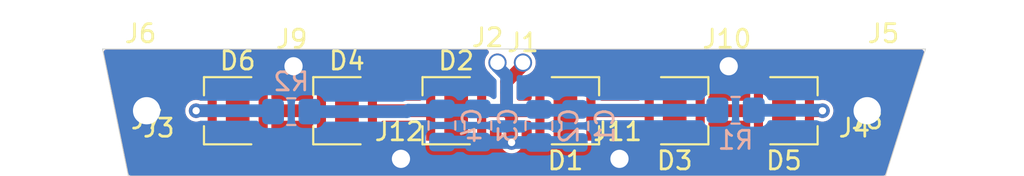
<source format=kicad_pcb>
(kicad_pcb (version 20171130) (host pcbnew "(5.1.9)-1")

  (general
    (thickness 1.6)
    (drawings 4)
    (tracks 38)
    (zones 0)
    (modules 24)
    (nets 10)
  )

  (page A4)
  (layers
    (0 F.Cu signal)
    (31 B.Cu signal)
    (32 B.Adhes user)
    (33 F.Adhes user)
    (34 B.Paste user)
    (35 F.Paste user)
    (36 B.SilkS user)
    (37 F.SilkS user)
    (38 B.Mask user)
    (39 F.Mask user)
    (40 Dwgs.User user)
    (41 Cmts.User user)
    (42 Eco1.User user)
    (43 Eco2.User user)
    (44 Edge.Cuts user)
    (45 Margin user)
    (46 B.CrtYd user)
    (47 F.CrtYd user)
    (48 B.Fab user)
    (49 F.Fab user)
  )

  (setup
    (last_trace_width 0.25)
    (user_trace_width 0.7)
    (trace_clearance 0.2)
    (zone_clearance 0)
    (zone_45_only no)
    (trace_min 0.2)
    (via_size 0.8)
    (via_drill 0.4)
    (via_min_size 0.4)
    (via_min_drill 0.3)
    (uvia_size 0.3)
    (uvia_drill 0.1)
    (uvias_allowed no)
    (uvia_min_size 0.2)
    (uvia_min_drill 0.1)
    (edge_width 0.05)
    (segment_width 0.2)
    (pcb_text_width 0.3)
    (pcb_text_size 1.5 1.5)
    (mod_edge_width 0.12)
    (mod_text_size 1 1)
    (mod_text_width 0.15)
    (pad_size 1.3 3.3)
    (pad_drill 0)
    (pad_to_mask_clearance 0)
    (aux_axis_origin 0 0)
    (visible_elements 7FFFFFFF)
    (pcbplotparams
      (layerselection 0x010fc_ffffffff)
      (usegerberextensions false)
      (usegerberattributes true)
      (usegerberadvancedattributes true)
      (creategerberjobfile true)
      (excludeedgelayer true)
      (linewidth 0.100000)
      (plotframeref false)
      (viasonmask false)
      (mode 1)
      (useauxorigin false)
      (hpglpennumber 1)
      (hpglpenspeed 20)
      (hpglpendiameter 15.000000)
      (psnegative false)
      (psa4output false)
      (plotreference true)
      (plotvalue true)
      (plotinvisibletext false)
      (padsonsilk false)
      (subtractmaskfromsilk false)
      (outputformat 1)
      (mirror false)
      (drillshape 0)
      (scaleselection 1)
      (outputdirectory "../../../Gerbers/LED_R_Wing_001/"))
  )

  (net 0 "")
  (net 1 "Net-(C1-Pad1)")
  (net 2 "Net-(C1-Pad2)")
  (net 3 "Net-(D1-Pad1)")
  (net 4 "Net-(D2-Pad1)")
  (net 5 "Net-(D3-Pad1)")
  (net 6 "Net-(D4-Pad1)")
  (net 7 "Net-(D5-Pad1)")
  (net 8 "Net-(D6-Pad1)")
  (net 9 GND)

  (net_class Default "This is the default net class."
    (clearance 0.2)
    (trace_width 0.25)
    (via_dia 0.8)
    (via_drill 0.4)
    (uvia_dia 0.3)
    (uvia_drill 0.1)
    (add_net GND)
    (add_net "Net-(C1-Pad1)")
    (add_net "Net-(C1-Pad2)")
    (add_net "Net-(D1-Pad1)")
    (add_net "Net-(D2-Pad1)")
    (add_net "Net-(D3-Pad1)")
    (add_net "Net-(D4-Pad1)")
    (add_net "Net-(D5-Pad1)")
    (add_net "Net-(D6-Pad1)")
  )

  (module Resistor_SMD:R_0805_2012Metric (layer B.Cu) (tedit 5F68FEEE) (tstamp 611C9974)
    (at 20.725 7.8625 90)
    (descr "Resistor SMD 0805 (2012 Metric), square (rectangular) end terminal, IPC_7351 nominal, (Body size source: IPC-SM-782 page 72, https://www.pcb-3d.com/wordpress/wp-content/uploads/ipc-sm-782a_amendment_1_and_2.pdf), generated with kicad-footprint-generator")
    (tags resistor)
    (path /611D226B)
    (attr smd)
    (fp_text reference C3 (at 0 1.65 90) (layer B.SilkS)
      (effects (font (size 1 1) (thickness 0.15)) (justify mirror))
    )
    (fp_text value C (at 0 -1.65 90) (layer B.Fab)
      (effects (font (size 1 1) (thickness 0.15)) (justify mirror))
    )
    (fp_line (start -1 -0.625) (end -1 0.625) (layer B.Fab) (width 0.1))
    (fp_line (start -1 0.625) (end 1 0.625) (layer B.Fab) (width 0.1))
    (fp_line (start 1 0.625) (end 1 -0.625) (layer B.Fab) (width 0.1))
    (fp_line (start 1 -0.625) (end -1 -0.625) (layer B.Fab) (width 0.1))
    (fp_line (start -0.227064 0.735) (end 0.227064 0.735) (layer B.SilkS) (width 0.12))
    (fp_line (start -0.227064 -0.735) (end 0.227064 -0.735) (layer B.SilkS) (width 0.12))
    (fp_line (start -1.68 -0.95) (end -1.68 0.95) (layer B.CrtYd) (width 0.05))
    (fp_line (start -1.68 0.95) (end 1.68 0.95) (layer B.CrtYd) (width 0.05))
    (fp_line (start 1.68 0.95) (end 1.68 -0.95) (layer B.CrtYd) (width 0.05))
    (fp_line (start 1.68 -0.95) (end -1.68 -0.95) (layer B.CrtYd) (width 0.05))
    (fp_text user %R (at 0 0 90) (layer B.Fab)
      (effects (font (size 0.5 0.5) (thickness 0.08)) (justify mirror))
    )
    (pad 1 smd roundrect (at -0.9125 0 90) (size 1.025 1.4) (layers B.Cu B.Paste B.Mask) (roundrect_rratio 0.2439014634146341)
      (net 1 "Net-(C1-Pad1)"))
    (pad 2 smd roundrect (at 0.9125 0 90) (size 1.025 1.4) (layers B.Cu B.Paste B.Mask) (roundrect_rratio 0.2439014634146341)
      (net 2 "Net-(C1-Pad2)"))
    (model ${KISYS3DMOD}/Resistor_SMD.3dshapes/R_0805_2012Metric.wrl
      (at (xyz 0 0 0))
      (scale (xyz 1 1 1))
      (rotate (xyz 0 0 0))
    )
  )

  (module Resistor_SMD:R_0805_2012Metric (layer B.Cu) (tedit 5F68FEEE) (tstamp 611C9963)
    (at 24.075 7.8875 90)
    (descr "Resistor SMD 0805 (2012 Metric), square (rectangular) end terminal, IPC_7351 nominal, (Body size source: IPC-SM-782 page 72, https://www.pcb-3d.com/wordpress/wp-content/uploads/ipc-sm-782a_amendment_1_and_2.pdf), generated with kicad-footprint-generator")
    (tags resistor)
    (path /611CEE4D)
    (attr smd)
    (fp_text reference C2 (at 0 1.65 90) (layer B.SilkS)
      (effects (font (size 1 1) (thickness 0.15)) (justify mirror))
    )
    (fp_text value C (at 0 -1.65 90) (layer B.Fab)
      (effects (font (size 1 1) (thickness 0.15)) (justify mirror))
    )
    (fp_line (start 1.68 -0.95) (end -1.68 -0.95) (layer B.CrtYd) (width 0.05))
    (fp_line (start 1.68 0.95) (end 1.68 -0.95) (layer B.CrtYd) (width 0.05))
    (fp_line (start -1.68 0.95) (end 1.68 0.95) (layer B.CrtYd) (width 0.05))
    (fp_line (start -1.68 -0.95) (end -1.68 0.95) (layer B.CrtYd) (width 0.05))
    (fp_line (start -0.227064 -0.735) (end 0.227064 -0.735) (layer B.SilkS) (width 0.12))
    (fp_line (start -0.227064 0.735) (end 0.227064 0.735) (layer B.SilkS) (width 0.12))
    (fp_line (start 1 -0.625) (end -1 -0.625) (layer B.Fab) (width 0.1))
    (fp_line (start 1 0.625) (end 1 -0.625) (layer B.Fab) (width 0.1))
    (fp_line (start -1 0.625) (end 1 0.625) (layer B.Fab) (width 0.1))
    (fp_line (start -1 -0.625) (end -1 0.625) (layer B.Fab) (width 0.1))
    (fp_text user %R (at 0 0 90) (layer B.Fab)
      (effects (font (size 0.5 0.5) (thickness 0.08)) (justify mirror))
    )
    (pad 2 smd roundrect (at 0.9125 0 90) (size 1.025 1.4) (layers B.Cu B.Paste B.Mask) (roundrect_rratio 0.2439014634146341)
      (net 2 "Net-(C1-Pad2)"))
    (pad 1 smd roundrect (at -0.9125 0 90) (size 1.025 1.4) (layers B.Cu B.Paste B.Mask) (roundrect_rratio 0.2439014634146341)
      (net 1 "Net-(C1-Pad1)"))
    (model ${KISYS3DMOD}/Resistor_SMD.3dshapes/R_0805_2012Metric.wrl
      (at (xyz 0 0 0))
      (scale (xyz 1 1 1))
      (rotate (xyz 0 0 0))
    )
  )

  (module Resistor_SMD:R_0805_2012Metric (layer B.Cu) (tedit 5F68FEEE) (tstamp 611C9985)
    (at 18.75 7.8625 90)
    (descr "Resistor SMD 0805 (2012 Metric), square (rectangular) end terminal, IPC_7351 nominal, (Body size source: IPC-SM-782 page 72, https://www.pcb-3d.com/wordpress/wp-content/uploads/ipc-sm-782a_amendment_1_and_2.pdf), generated with kicad-footprint-generator")
    (tags resistor)
    (path /611D2271)
    (attr smd)
    (fp_text reference C4 (at 0 1.65 90) (layer B.SilkS)
      (effects (font (size 1 1) (thickness 0.15)) (justify mirror))
    )
    (fp_text value C (at 0 -1.65 90) (layer B.Fab)
      (effects (font (size 1 1) (thickness 0.15)) (justify mirror))
    )
    (fp_line (start 1.68 -0.95) (end -1.68 -0.95) (layer B.CrtYd) (width 0.05))
    (fp_line (start 1.68 0.95) (end 1.68 -0.95) (layer B.CrtYd) (width 0.05))
    (fp_line (start -1.68 0.95) (end 1.68 0.95) (layer B.CrtYd) (width 0.05))
    (fp_line (start -1.68 -0.95) (end -1.68 0.95) (layer B.CrtYd) (width 0.05))
    (fp_line (start -0.227064 -0.735) (end 0.227064 -0.735) (layer B.SilkS) (width 0.12))
    (fp_line (start -0.227064 0.735) (end 0.227064 0.735) (layer B.SilkS) (width 0.12))
    (fp_line (start 1 -0.625) (end -1 -0.625) (layer B.Fab) (width 0.1))
    (fp_line (start 1 0.625) (end 1 -0.625) (layer B.Fab) (width 0.1))
    (fp_line (start -1 0.625) (end 1 0.625) (layer B.Fab) (width 0.1))
    (fp_line (start -1 -0.625) (end -1 0.625) (layer B.Fab) (width 0.1))
    (fp_text user %R (at 0 0 90) (layer B.Fab)
      (effects (font (size 0.5 0.5) (thickness 0.08)) (justify mirror))
    )
    (pad 2 smd roundrect (at 0.9125 0 90) (size 1.025 1.4) (layers B.Cu B.Paste B.Mask) (roundrect_rratio 0.2439014634146341)
      (net 2 "Net-(C1-Pad2)"))
    (pad 1 smd roundrect (at -0.9125 0 90) (size 1.025 1.4) (layers B.Cu B.Paste B.Mask) (roundrect_rratio 0.2439014634146341)
      (net 1 "Net-(C1-Pad1)"))
    (model ${KISYS3DMOD}/Resistor_SMD.3dshapes/R_0805_2012Metric.wrl
      (at (xyz 0 0 0))
      (scale (xyz 1 1 1))
      (rotate (xyz 0 0 0))
    )
  )

  (module Resistor_SMD:R_0805_2012Metric (layer B.Cu) (tedit 5F68FEEE) (tstamp 611C9952)
    (at 26.05 7.8875 90)
    (descr "Resistor SMD 0805 (2012 Metric), square (rectangular) end terminal, IPC_7351 nominal, (Body size source: IPC-SM-782 page 72, https://www.pcb-3d.com/wordpress/wp-content/uploads/ipc-sm-782a_amendment_1_and_2.pdf), generated with kicad-footprint-generator")
    (tags resistor)
    (path /611CE72F)
    (attr smd)
    (fp_text reference C1 (at 0 1.65 90) (layer B.SilkS)
      (effects (font (size 1 1) (thickness 0.15)) (justify mirror))
    )
    (fp_text value C (at 0 -1.65 90) (layer B.Fab)
      (effects (font (size 1 1) (thickness 0.15)) (justify mirror))
    )
    (fp_line (start -1 -0.625) (end -1 0.625) (layer B.Fab) (width 0.1))
    (fp_line (start -1 0.625) (end 1 0.625) (layer B.Fab) (width 0.1))
    (fp_line (start 1 0.625) (end 1 -0.625) (layer B.Fab) (width 0.1))
    (fp_line (start 1 -0.625) (end -1 -0.625) (layer B.Fab) (width 0.1))
    (fp_line (start -0.227064 0.735) (end 0.227064 0.735) (layer B.SilkS) (width 0.12))
    (fp_line (start -0.227064 -0.735) (end 0.227064 -0.735) (layer B.SilkS) (width 0.12))
    (fp_line (start -1.68 -0.95) (end -1.68 0.95) (layer B.CrtYd) (width 0.05))
    (fp_line (start -1.68 0.95) (end 1.68 0.95) (layer B.CrtYd) (width 0.05))
    (fp_line (start 1.68 0.95) (end 1.68 -0.95) (layer B.CrtYd) (width 0.05))
    (fp_line (start 1.68 -0.95) (end -1.68 -0.95) (layer B.CrtYd) (width 0.05))
    (fp_text user %R (at 0 0 90) (layer B.Fab)
      (effects (font (size 0.5 0.5) (thickness 0.08)) (justify mirror))
    )
    (pad 1 smd roundrect (at -0.9125 0 90) (size 1.025 1.4) (layers B.Cu B.Paste B.Mask) (roundrect_rratio 0.2439014634146341)
      (net 1 "Net-(C1-Pad1)"))
    (pad 2 smd roundrect (at 0.9125 0 90) (size 1.025 1.4) (layers B.Cu B.Paste B.Mask) (roundrect_rratio 0.2439014634146341)
      (net 2 "Net-(C1-Pad2)"))
    (model ${KISYS3DMOD}/Resistor_SMD.3dshapes/R_0805_2012Metric.wrl
      (at (xyz 0 0 0))
      (scale (xyz 1 1 1))
      (rotate (xyz 0 0 0))
    )
  )

  (module pins:WireSidePlate_001 (layer F.Cu) (tedit 61220B6C) (tstamp 61224DC8)
    (at 3.2 7.5)
    (path /6121E8A1)
    (fp_text reference J3 (at 0 0.5) (layer F.SilkS)
      (effects (font (size 1 1) (thickness 0.15)))
    )
    (fp_text value Conn_01x01_Female (at 0 -0.5) (layer F.Fab)
      (effects (font (size 1 1) (thickness 0.15)))
    )
    (pad 1 smd rect (at 0 2.2) (size 3 1.5) (layers F.Cu F.Paste F.Mask)
      (net 9 GND))
  )

  (module pins:WireSidePlate_001 (layer F.Cu) (tedit 61220B6C) (tstamp 61224DCD)
    (at 41.4 7.5)
    (path /6121F038)
    (fp_text reference J4 (at 0 0.5) (layer F.SilkS)
      (effects (font (size 1 1) (thickness 0.15)))
    )
    (fp_text value Conn_01x01_Female (at 0 -0.5) (layer F.Fab)
      (effects (font (size 1 1) (thickness 0.15)))
    )
    (pad 1 smd rect (at 0 2.2) (size 3 1.5) (layers F.Cu F.Paste F.Mask)
      (net 9 GND))
  )

  (module pins:WireSidePlate_001 (layer F.Cu) (tedit 61220B6C) (tstamp 61224DD2)
    (at 43 2.3)
    (path /6121F999)
    (fp_text reference J5 (at 0 0.5) (layer F.SilkS)
      (effects (font (size 1 1) (thickness 0.15)))
    )
    (fp_text value Conn_01x01_Female (at 0 -0.5) (layer F.Fab)
      (effects (font (size 1 1) (thickness 0.15)))
    )
    (pad 1 smd rect (at 0 2.2) (size 3 1.5) (layers F.Cu F.Paste F.Mask)
      (net 9 GND))
  )

  (module pins:WireSidePlate_001 (layer F.Cu) (tedit 61220B6C) (tstamp 61224DD7)
    (at 2.2 2.3)
    (path /6122010A)
    (fp_text reference J6 (at 0 0.5) (layer F.SilkS)
      (effects (font (size 1 1) (thickness 0.15)))
    )
    (fp_text value Conn_01x01_Female (at 0 -0.5) (layer F.Fab)
      (effects (font (size 1 1) (thickness 0.15)))
    )
    (pad 1 smd rect (at 0 2.2) (size 3 1.5) (layers F.Cu F.Paste F.Mask)
      (net 9 GND))
  )

  (module LED_SMD:LED_Cree-XHP35 (layer F.Cu) (tedit 5E7E470B) (tstamp 611C99A2)
    (at 25.5318 7.0503 180)
    (descr http://www.cree.com/~/media/Files/Cree/LED-Components-and-Modules/XLamp/Data-and-Binning/ds--XHP35.pdf)
    (tags "LED Cree XHP35")
    (path /611C63E6)
    (attr smd)
    (fp_text reference D1 (at 0 -2.75) (layer F.SilkS)
      (effects (font (size 1 1) (thickness 0.15)))
    )
    (fp_text value LED (at 0 2.75) (layer F.Fab)
      (effects (font (size 1 1) (thickness 0.15)))
    )
    (fp_line (start 0.5 0.5) (end -0.5 0) (layer F.Fab) (width 0.1))
    (fp_line (start 0.5 -0.5) (end 0.5 0.5) (layer F.Fab) (width 0.1))
    (fp_line (start -0.5 0) (end 0.5 -0.5) (layer F.Fab) (width 0.1))
    (fp_line (start -0.5 -0.5) (end -0.5 0.5) (layer F.Fab) (width 0.1))
    (fp_line (start -1.25 0) (end -0.5 0) (layer F.Fab) (width 0.1))
    (fp_line (start 1.25 0) (end 0.5 0) (layer F.Fab) (width 0.1))
    (fp_line (start -1.9 -1.9) (end -1.9 1.9) (layer F.CrtYd) (width 0.05))
    (fp_line (start 1.9 -1.9) (end -1.9 -1.9) (layer F.CrtYd) (width 0.05))
    (fp_line (start 1.9 1.9) (end 1.9 -1.9) (layer F.CrtYd) (width 0.05))
    (fp_line (start -1.9 1.9) (end 1.9 1.9) (layer F.CrtYd) (width 0.05))
    (fp_line (start -1.85 1.85) (end -1.85 0.85) (layer F.SilkS) (width 0.12))
    (fp_line (start 0.75 1.85) (end -1.85 1.85) (layer F.SilkS) (width 0.12))
    (fp_line (start -1.85 -1.85) (end -1.85 -0.85) (layer F.SilkS) (width 0.12))
    (fp_line (start 0.75 -1.85) (end -1.85 -1.85) (layer F.SilkS) (width 0.12))
    (fp_line (start -1.65 1.65) (end -1.65 -1.65) (layer F.Fab) (width 0.1))
    (fp_line (start 1.65 1.65) (end -1.65 1.65) (layer F.Fab) (width 0.1))
    (fp_line (start 1.65 -1.65) (end 1.65 1.65) (layer F.Fab) (width 0.1))
    (fp_line (start -1.65 -1.65) (end 1.65 -1.65) (layer F.Fab) (width 0.1))
    (fp_text user %R (at 0 0) (layer F.Fab)
      (effects (font (size 0.8 0.8) (thickness 0.08)))
    )
    (pad "" smd rect (at 0 0 180) (size 1.01 0.75) (layers F.Paste))
    (pad "" smd rect (at 0 -1 180) (size 1.01 0.75) (layers F.Paste))
    (pad "" smd rect (at 0 1 180) (size 1.01 0.75) (layers F.Paste))
    (pad 3 smd rect (at 0 0 180) (size 1.3 3.3) (layers F.Cu F.Mask))
    (pad 1 smd rect (at -1.4 0 180) (size 0.5 3.3) (layers F.Cu F.Paste F.Mask)
      (net 3 "Net-(D1-Pad1)"))
    (pad 2 smd rect (at 1.4 0 180) (size 0.5 3.3) (layers F.Cu F.Paste F.Mask)
      (net 1 "Net-(C1-Pad1)"))
    (model ${KISYS3DMOD}/LED_SMD.3dshapes/LED_Cree-XHP35.wrl
      (at (xyz 0 0 0))
      (scale (xyz 1 1 1))
      (rotate (xyz 0 0 0))
    )
  )

  (module LED_SMD:LED_Cree-XHP35 (layer F.Cu) (tedit 611D3B38) (tstamp 611C99BF)
    (at 19.5318 7.0503)
    (descr http://www.cree.com/~/media/Files/Cree/LED-Components-and-Modules/XLamp/Data-and-Binning/ds--XHP35.pdf)
    (tags "LED Cree XHP35")
    (path /611C3954)
    (attr smd)
    (fp_text reference D2 (at 0 -2.75) (layer F.SilkS)
      (effects (font (size 1 1) (thickness 0.15)))
    )
    (fp_text value LED (at 0 2.75) (layer F.Fab)
      (effects (font (size 1 1) (thickness 0.15)))
    )
    (fp_line (start -1.65 -1.65) (end 1.65 -1.65) (layer F.Fab) (width 0.1))
    (fp_line (start 1.65 -1.65) (end 1.65 1.65) (layer F.Fab) (width 0.1))
    (fp_line (start 1.65 1.65) (end -1.65 1.65) (layer F.Fab) (width 0.1))
    (fp_line (start -1.65 1.65) (end -1.65 -1.65) (layer F.Fab) (width 0.1))
    (fp_line (start 0.75 -1.85) (end -1.85 -1.85) (layer F.SilkS) (width 0.12))
    (fp_line (start -1.85 -1.85) (end -1.85 -0.85) (layer F.SilkS) (width 0.12))
    (fp_line (start 0.75 1.85) (end -1.85 1.85) (layer F.SilkS) (width 0.12))
    (fp_line (start -1.85 1.85) (end -1.85 0.85) (layer F.SilkS) (width 0.12))
    (fp_line (start -1.9 1.9) (end 1.9 1.9) (layer F.CrtYd) (width 0.05))
    (fp_line (start 1.9 1.9) (end 1.9 -1.9) (layer F.CrtYd) (width 0.05))
    (fp_line (start 1.9 -1.9) (end -1.9 -1.9) (layer F.CrtYd) (width 0.05))
    (fp_line (start -1.9 -1.9) (end -1.9 1.9) (layer F.CrtYd) (width 0.05))
    (fp_line (start 1.25 0) (end 0.5 0) (layer F.Fab) (width 0.1))
    (fp_line (start -1.25 0) (end -0.5 0) (layer F.Fab) (width 0.1))
    (fp_line (start -0.5 -0.5) (end -0.5 0.5) (layer F.Fab) (width 0.1))
    (fp_line (start -0.5 0) (end 0.5 -0.5) (layer F.Fab) (width 0.1))
    (fp_line (start 0.5 -0.5) (end 0.5 0.5) (layer F.Fab) (width 0.1))
    (fp_line (start 0.5 0.5) (end -0.5 0) (layer F.Fab) (width 0.1))
    (fp_text user %R (at 0 0) (layer F.Fab)
      (effects (font (size 0.8 0.8) (thickness 0.08)))
    )
    (pad 2 smd rect (at 1.4 0) (size 0.5 3.3) (layers F.Cu F.Paste F.Mask)
      (net 1 "Net-(C1-Pad1)"))
    (pad 1 smd rect (at -1.4 0) (size 0.5 3.3) (layers F.Cu F.Paste F.Mask)
      (net 4 "Net-(D2-Pad1)"))
    (pad 3 smd rect (at 0 0) (size 1.3 3.3) (layers F.Cu F.Mask))
    (pad "" smd rect (at 0 1) (size 1.01 0.75) (layers F.Paste))
    (pad "" smd rect (at 0 -1) (size 1.01 0.75) (layers F.Paste))
    (pad "" smd rect (at 0 0) (size 1.01 0.75) (layers F.Paste))
    (model ${KISYS3DMOD}/LED_SMD.3dshapes/LED_Cree-XHP35.wrl
      (at (xyz 0 0 0))
      (scale (xyz 1 1 1))
      (rotate (xyz 0 0 0))
    )
  )

  (module LED_SMD:LED_Cree-XHP35 (layer F.Cu) (tedit 5E7E470B) (tstamp 611C99DC)
    (at 31.5318 7.0503 180)
    (descr http://www.cree.com/~/media/Files/Cree/LED-Components-and-Modules/XLamp/Data-and-Binning/ds--XHP35.pdf)
    (tags "LED Cree XHP35")
    (path /611C8036)
    (attr smd)
    (fp_text reference D3 (at 0 -2.75) (layer F.SilkS)
      (effects (font (size 1 1) (thickness 0.15)))
    )
    (fp_text value LED (at 0 2.75) (layer F.Fab)
      (effects (font (size 1 1) (thickness 0.15)))
    )
    (fp_line (start -1.65 -1.65) (end 1.65 -1.65) (layer F.Fab) (width 0.1))
    (fp_line (start 1.65 -1.65) (end 1.65 1.65) (layer F.Fab) (width 0.1))
    (fp_line (start 1.65 1.65) (end -1.65 1.65) (layer F.Fab) (width 0.1))
    (fp_line (start -1.65 1.65) (end -1.65 -1.65) (layer F.Fab) (width 0.1))
    (fp_line (start 0.75 -1.85) (end -1.85 -1.85) (layer F.SilkS) (width 0.12))
    (fp_line (start -1.85 -1.85) (end -1.85 -0.85) (layer F.SilkS) (width 0.12))
    (fp_line (start 0.75 1.85) (end -1.85 1.85) (layer F.SilkS) (width 0.12))
    (fp_line (start -1.85 1.85) (end -1.85 0.85) (layer F.SilkS) (width 0.12))
    (fp_line (start -1.9 1.9) (end 1.9 1.9) (layer F.CrtYd) (width 0.05))
    (fp_line (start 1.9 1.9) (end 1.9 -1.9) (layer F.CrtYd) (width 0.05))
    (fp_line (start 1.9 -1.9) (end -1.9 -1.9) (layer F.CrtYd) (width 0.05))
    (fp_line (start -1.9 -1.9) (end -1.9 1.9) (layer F.CrtYd) (width 0.05))
    (fp_line (start 1.25 0) (end 0.5 0) (layer F.Fab) (width 0.1))
    (fp_line (start -1.25 0) (end -0.5 0) (layer F.Fab) (width 0.1))
    (fp_line (start -0.5 -0.5) (end -0.5 0.5) (layer F.Fab) (width 0.1))
    (fp_line (start -0.5 0) (end 0.5 -0.5) (layer F.Fab) (width 0.1))
    (fp_line (start 0.5 -0.5) (end 0.5 0.5) (layer F.Fab) (width 0.1))
    (fp_line (start 0.5 0.5) (end -0.5 0) (layer F.Fab) (width 0.1))
    (fp_text user %R (at 0 0) (layer F.Fab)
      (effects (font (size 0.8 0.8) (thickness 0.08)))
    )
    (pad 2 smd rect (at 1.4 0 180) (size 0.5 3.3) (layers F.Cu F.Paste F.Mask)
      (net 3 "Net-(D1-Pad1)"))
    (pad 1 smd rect (at -1.4 0 180) (size 0.5 3.3) (layers F.Cu F.Paste F.Mask)
      (net 5 "Net-(D3-Pad1)"))
    (pad 3 smd rect (at 0 0 180) (size 1.3 3.3) (layers F.Cu F.Mask))
    (pad "" smd rect (at 0 1 180) (size 1.01 0.75) (layers F.Paste))
    (pad "" smd rect (at 0 -1 180) (size 1.01 0.75) (layers F.Paste))
    (pad "" smd rect (at 0 0 180) (size 1.01 0.75) (layers F.Paste))
    (model ${KISYS3DMOD}/LED_SMD.3dshapes/LED_Cree-XHP35.wrl
      (at (xyz 0 0 0))
      (scale (xyz 1 1 1))
      (rotate (xyz 0 0 0))
    )
  )

  (module LED_SMD:LED_Cree-XHP35 (layer F.Cu) (tedit 5E7E470B) (tstamp 611C99F9)
    (at 13.5318 7.0503)
    (descr http://www.cree.com/~/media/Files/Cree/LED-Components-and-Modules/XLamp/Data-and-Binning/ds--XHP35.pdf)
    (tags "LED Cree XHP35")
    (path /611C5107)
    (attr smd)
    (fp_text reference D4 (at 0 -2.75) (layer F.SilkS)
      (effects (font (size 1 1) (thickness 0.15)))
    )
    (fp_text value LED (at 0 2.75) (layer F.Fab)
      (effects (font (size 1 1) (thickness 0.15)))
    )
    (fp_line (start 0.5 0.5) (end -0.5 0) (layer F.Fab) (width 0.1))
    (fp_line (start 0.5 -0.5) (end 0.5 0.5) (layer F.Fab) (width 0.1))
    (fp_line (start -0.5 0) (end 0.5 -0.5) (layer F.Fab) (width 0.1))
    (fp_line (start -0.5 -0.5) (end -0.5 0.5) (layer F.Fab) (width 0.1))
    (fp_line (start -1.25 0) (end -0.5 0) (layer F.Fab) (width 0.1))
    (fp_line (start 1.25 0) (end 0.5 0) (layer F.Fab) (width 0.1))
    (fp_line (start -1.9 -1.9) (end -1.9 1.9) (layer F.CrtYd) (width 0.05))
    (fp_line (start 1.9 -1.9) (end -1.9 -1.9) (layer F.CrtYd) (width 0.05))
    (fp_line (start 1.9 1.9) (end 1.9 -1.9) (layer F.CrtYd) (width 0.05))
    (fp_line (start -1.9 1.9) (end 1.9 1.9) (layer F.CrtYd) (width 0.05))
    (fp_line (start -1.85 1.85) (end -1.85 0.85) (layer F.SilkS) (width 0.12))
    (fp_line (start 0.75 1.85) (end -1.85 1.85) (layer F.SilkS) (width 0.12))
    (fp_line (start -1.85 -1.85) (end -1.85 -0.85) (layer F.SilkS) (width 0.12))
    (fp_line (start 0.75 -1.85) (end -1.85 -1.85) (layer F.SilkS) (width 0.12))
    (fp_line (start -1.65 1.65) (end -1.65 -1.65) (layer F.Fab) (width 0.1))
    (fp_line (start 1.65 1.65) (end -1.65 1.65) (layer F.Fab) (width 0.1))
    (fp_line (start 1.65 -1.65) (end 1.65 1.65) (layer F.Fab) (width 0.1))
    (fp_line (start -1.65 -1.65) (end 1.65 -1.65) (layer F.Fab) (width 0.1))
    (fp_text user %R (at 0 0) (layer F.Fab)
      (effects (font (size 0.8 0.8) (thickness 0.08)))
    )
    (pad "" smd rect (at 0 0) (size 1.01 0.75) (layers F.Paste))
    (pad "" smd rect (at 0 -1) (size 1.01 0.75) (layers F.Paste))
    (pad "" smd rect (at 0 1) (size 1.01 0.75) (layers F.Paste))
    (pad 3 smd rect (at 0 0) (size 1.3 3.3) (layers F.Cu F.Mask))
    (pad 1 smd rect (at -1.4 0) (size 0.5 3.3) (layers F.Cu F.Paste F.Mask)
      (net 6 "Net-(D4-Pad1)"))
    (pad 2 smd rect (at 1.4 0) (size 0.5 3.3) (layers F.Cu F.Paste F.Mask)
      (net 4 "Net-(D2-Pad1)"))
    (model ${KISYS3DMOD}/LED_SMD.3dshapes/LED_Cree-XHP35.wrl
      (at (xyz 0 0 0))
      (scale (xyz 1 1 1))
      (rotate (xyz 0 0 0))
    )
  )

  (module LED_SMD:LED_Cree-XHP35 (layer F.Cu) (tedit 5E7E470B) (tstamp 611C9A16)
    (at 37.5318 7.0503 180)
    (descr http://www.cree.com/~/media/Files/Cree/LED-Components-and-Modules/XLamp/Data-and-Binning/ds--XHP35.pdf)
    (tags "LED Cree XHP35")
    (path /611C803C)
    (attr smd)
    (fp_text reference D5 (at 0 -2.75) (layer F.SilkS)
      (effects (font (size 1 1) (thickness 0.15)))
    )
    (fp_text value LED (at 0 2.75) (layer F.Fab)
      (effects (font (size 1 1) (thickness 0.15)))
    )
    (fp_line (start 0.5 0.5) (end -0.5 0) (layer F.Fab) (width 0.1))
    (fp_line (start 0.5 -0.5) (end 0.5 0.5) (layer F.Fab) (width 0.1))
    (fp_line (start -0.5 0) (end 0.5 -0.5) (layer F.Fab) (width 0.1))
    (fp_line (start -0.5 -0.5) (end -0.5 0.5) (layer F.Fab) (width 0.1))
    (fp_line (start -1.25 0) (end -0.5 0) (layer F.Fab) (width 0.1))
    (fp_line (start 1.25 0) (end 0.5 0) (layer F.Fab) (width 0.1))
    (fp_line (start -1.9 -1.9) (end -1.9 1.9) (layer F.CrtYd) (width 0.05))
    (fp_line (start 1.9 -1.9) (end -1.9 -1.9) (layer F.CrtYd) (width 0.05))
    (fp_line (start 1.9 1.9) (end 1.9 -1.9) (layer F.CrtYd) (width 0.05))
    (fp_line (start -1.9 1.9) (end 1.9 1.9) (layer F.CrtYd) (width 0.05))
    (fp_line (start -1.85 1.85) (end -1.85 0.85) (layer F.SilkS) (width 0.12))
    (fp_line (start 0.75 1.85) (end -1.85 1.85) (layer F.SilkS) (width 0.12))
    (fp_line (start -1.85 -1.85) (end -1.85 -0.85) (layer F.SilkS) (width 0.12))
    (fp_line (start 0.75 -1.85) (end -1.85 -1.85) (layer F.SilkS) (width 0.12))
    (fp_line (start -1.65 1.65) (end -1.65 -1.65) (layer F.Fab) (width 0.1))
    (fp_line (start 1.65 1.65) (end -1.65 1.65) (layer F.Fab) (width 0.1))
    (fp_line (start 1.65 -1.65) (end 1.65 1.65) (layer F.Fab) (width 0.1))
    (fp_line (start -1.65 -1.65) (end 1.65 -1.65) (layer F.Fab) (width 0.1))
    (fp_text user %R (at 0 0) (layer F.Fab)
      (effects (font (size 0.8 0.8) (thickness 0.08)))
    )
    (pad "" smd rect (at 0 0 180) (size 1.01 0.75) (layers F.Paste))
    (pad "" smd rect (at 0 -1 180) (size 1.01 0.75) (layers F.Paste))
    (pad "" smd rect (at 0 1 180) (size 1.01 0.75) (layers F.Paste))
    (pad 3 smd rect (at 0 0 180) (size 1.3 3.3) (layers F.Cu F.Mask))
    (pad 1 smd rect (at -1.4 0 180) (size 0.5 3.3) (layers F.Cu F.Paste F.Mask)
      (net 7 "Net-(D5-Pad1)"))
    (pad 2 smd rect (at 1.4 0 180) (size 0.5 3.3) (layers F.Cu F.Paste F.Mask)
      (net 5 "Net-(D3-Pad1)"))
    (model ${KISYS3DMOD}/LED_SMD.3dshapes/LED_Cree-XHP35.wrl
      (at (xyz 0 0 0))
      (scale (xyz 1 1 1))
      (rotate (xyz 0 0 0))
    )
  )

  (module LED_SMD:LED_Cree-XHP35 (layer F.Cu) (tedit 5E7E470B) (tstamp 611C9A33)
    (at 7.5318 7.0503)
    (descr http://www.cree.com/~/media/Files/Cree/LED-Components-and-Modules/XLamp/Data-and-Binning/ds--XHP35.pdf)
    (tags "LED Cree XHP35")
    (path /611C63E0)
    (attr smd)
    (fp_text reference D6 (at 0 -2.75) (layer F.SilkS)
      (effects (font (size 1 1) (thickness 0.15)))
    )
    (fp_text value LED (at 0 2.75) (layer F.Fab)
      (effects (font (size 1 1) (thickness 0.15)))
    )
    (fp_line (start -1.65 -1.65) (end 1.65 -1.65) (layer F.Fab) (width 0.1))
    (fp_line (start 1.65 -1.65) (end 1.65 1.65) (layer F.Fab) (width 0.1))
    (fp_line (start 1.65 1.65) (end -1.65 1.65) (layer F.Fab) (width 0.1))
    (fp_line (start -1.65 1.65) (end -1.65 -1.65) (layer F.Fab) (width 0.1))
    (fp_line (start 0.75 -1.85) (end -1.85 -1.85) (layer F.SilkS) (width 0.12))
    (fp_line (start -1.85 -1.85) (end -1.85 -0.85) (layer F.SilkS) (width 0.12))
    (fp_line (start 0.75 1.85) (end -1.85 1.85) (layer F.SilkS) (width 0.12))
    (fp_line (start -1.85 1.85) (end -1.85 0.85) (layer F.SilkS) (width 0.12))
    (fp_line (start -1.9 1.9) (end 1.9 1.9) (layer F.CrtYd) (width 0.05))
    (fp_line (start 1.9 1.9) (end 1.9 -1.9) (layer F.CrtYd) (width 0.05))
    (fp_line (start 1.9 -1.9) (end -1.9 -1.9) (layer F.CrtYd) (width 0.05))
    (fp_line (start -1.9 -1.9) (end -1.9 1.9) (layer F.CrtYd) (width 0.05))
    (fp_line (start 1.25 0) (end 0.5 0) (layer F.Fab) (width 0.1))
    (fp_line (start -1.25 0) (end -0.5 0) (layer F.Fab) (width 0.1))
    (fp_line (start -0.5 -0.5) (end -0.5 0.5) (layer F.Fab) (width 0.1))
    (fp_line (start -0.5 0) (end 0.5 -0.5) (layer F.Fab) (width 0.1))
    (fp_line (start 0.5 -0.5) (end 0.5 0.5) (layer F.Fab) (width 0.1))
    (fp_line (start 0.5 0.5) (end -0.5 0) (layer F.Fab) (width 0.1))
    (fp_text user %R (at 0 0) (layer F.Fab)
      (effects (font (size 0.8 0.8) (thickness 0.08)))
    )
    (pad 2 smd rect (at 1.4 0) (size 0.5 3.3) (layers F.Cu F.Paste F.Mask)
      (net 6 "Net-(D4-Pad1)"))
    (pad 1 smd rect (at -1.4 0) (size 0.5 3.3) (layers F.Cu F.Paste F.Mask)
      (net 8 "Net-(D6-Pad1)"))
    (pad 3 smd rect (at 0 0) (size 1.3 3.3) (layers F.Cu F.Mask))
    (pad "" smd rect (at 0 1) (size 1.01 0.75) (layers F.Paste))
    (pad "" smd rect (at 0 -1) (size 1.01 0.75) (layers F.Paste))
    (pad "" smd rect (at 0 0) (size 1.01 0.75) (layers F.Paste))
    (model ${KISYS3DMOD}/LED_SMD.3dshapes/LED_Cree-XHP35.wrl
      (at (xyz 0 0 0))
      (scale (xyz 1 1 1))
      (rotate (xyz 0 0 0))
    )
  )

  (module pins:pin_0.8 (layer F.Cu) (tedit 60E69780) (tstamp 611C9A38)
    (at 23.2 2.8)
    (path /611CC688)
    (fp_text reference J1 (at 0 0.5) (layer F.SilkS)
      (effects (font (size 1 1) (thickness 0.15)))
    )
    (fp_text value Conn_01x01_Female (at 0 -0.5) (layer F.Fab)
      (effects (font (size 1 1) (thickness 0.15)))
    )
    (pad 1 thru_hole circle (at 0 1.6) (size 1 1) (drill 0.8) (layers *.Cu *.Mask)
      (net 1 "Net-(C1-Pad1)"))
  )

  (module pins:pin_0.8 (layer F.Cu) (tedit 60E69780) (tstamp 611C9A3D)
    (at 21.8 2.8)
    (path /611CDD3C)
    (fp_text reference J2 (at -0.54 0.22) (layer F.SilkS)
      (effects (font (size 1 1) (thickness 0.15)))
    )
    (fp_text value Conn_01x01_Female (at 0 -0.5) (layer F.Fab)
      (effects (font (size 1 1) (thickness 0.15)))
    )
    (pad 1 thru_hole circle (at 0 1.6) (size 1 1) (drill 0.8) (layers *.Cu *.Mask)
      (net 2 "Net-(C1-Pad2)"))
  )

  (module Resistor_SMD:R_0805_2012Metric_Pad1.20x1.40mm_HandSolder (layer B.Cu) (tedit 5F68FEEE) (tstamp 611C9A4E)
    (at 34.875 7.025)
    (descr "Resistor SMD 0805 (2012 Metric), square (rectangular) end terminal, IPC_7351 nominal with elongated pad for handsoldering. (Body size source: IPC-SM-782 page 72, https://www.pcb-3d.com/wordpress/wp-content/uploads/ipc-sm-782a_amendment_1_and_2.pdf), generated with kicad-footprint-generator")
    (tags "resistor handsolder")
    (path /611CAFF0)
    (attr smd)
    (fp_text reference R1 (at 0 1.65) (layer B.SilkS)
      (effects (font (size 1 1) (thickness 0.15)) (justify mirror))
    )
    (fp_text value R (at 0 -1.65) (layer B.Fab)
      (effects (font (size 1 1) (thickness 0.15)) (justify mirror))
    )
    (fp_line (start -1 -0.625) (end -1 0.625) (layer B.Fab) (width 0.1))
    (fp_line (start -1 0.625) (end 1 0.625) (layer B.Fab) (width 0.1))
    (fp_line (start 1 0.625) (end 1 -0.625) (layer B.Fab) (width 0.1))
    (fp_line (start 1 -0.625) (end -1 -0.625) (layer B.Fab) (width 0.1))
    (fp_line (start -0.227064 0.735) (end 0.227064 0.735) (layer B.SilkS) (width 0.12))
    (fp_line (start -0.227064 -0.735) (end 0.227064 -0.735) (layer B.SilkS) (width 0.12))
    (fp_line (start -1.85 -0.95) (end -1.85 0.95) (layer B.CrtYd) (width 0.05))
    (fp_line (start -1.85 0.95) (end 1.85 0.95) (layer B.CrtYd) (width 0.05))
    (fp_line (start 1.85 0.95) (end 1.85 -0.95) (layer B.CrtYd) (width 0.05))
    (fp_line (start 1.85 -0.95) (end -1.85 -0.95) (layer B.CrtYd) (width 0.05))
    (fp_text user %R (at 0 0) (layer B.Fab)
      (effects (font (size 0.5 0.5) (thickness 0.08)) (justify mirror))
    )
    (pad 1 smd roundrect (at -1 0) (size 1.2 1.4) (layers B.Cu B.Paste B.Mask) (roundrect_rratio 0.2083325)
      (net 2 "Net-(C1-Pad2)"))
    (pad 2 smd roundrect (at 1 0) (size 1.2 1.4) (layers B.Cu B.Paste B.Mask) (roundrect_rratio 0.2083325)
      (net 7 "Net-(D5-Pad1)"))
    (model ${KISYS3DMOD}/Resistor_SMD.3dshapes/R_0805_2012Metric.wrl
      (at (xyz 0 0 0))
      (scale (xyz 1 1 1))
      (rotate (xyz 0 0 0))
    )
  )

  (module Resistor_SMD:R_0805_2012Metric_Pad1.20x1.40mm_HandSolder (layer B.Cu) (tedit 5F68FEEE) (tstamp 611C9A5F)
    (at 10.475 7.1 180)
    (descr "Resistor SMD 0805 (2012 Metric), square (rectangular) end terminal, IPC_7351 nominal with elongated pad for handsoldering. (Body size source: IPC-SM-782 page 72, https://www.pcb-3d.com/wordpress/wp-content/uploads/ipc-sm-782a_amendment_1_and_2.pdf), generated with kicad-footprint-generator")
    (tags "resistor handsolder")
    (path /611CBB1F)
    (attr smd)
    (fp_text reference R2 (at 0 1.65) (layer B.SilkS)
      (effects (font (size 1 1) (thickness 0.15)) (justify mirror))
    )
    (fp_text value R (at 0 -1.65) (layer B.Fab)
      (effects (font (size 1 1) (thickness 0.15)) (justify mirror))
    )
    (fp_line (start 1.85 -0.95) (end -1.85 -0.95) (layer B.CrtYd) (width 0.05))
    (fp_line (start 1.85 0.95) (end 1.85 -0.95) (layer B.CrtYd) (width 0.05))
    (fp_line (start -1.85 0.95) (end 1.85 0.95) (layer B.CrtYd) (width 0.05))
    (fp_line (start -1.85 -0.95) (end -1.85 0.95) (layer B.CrtYd) (width 0.05))
    (fp_line (start -0.227064 -0.735) (end 0.227064 -0.735) (layer B.SilkS) (width 0.12))
    (fp_line (start -0.227064 0.735) (end 0.227064 0.735) (layer B.SilkS) (width 0.12))
    (fp_line (start 1 -0.625) (end -1 -0.625) (layer B.Fab) (width 0.1))
    (fp_line (start 1 0.625) (end 1 -0.625) (layer B.Fab) (width 0.1))
    (fp_line (start -1 0.625) (end 1 0.625) (layer B.Fab) (width 0.1))
    (fp_line (start -1 -0.625) (end -1 0.625) (layer B.Fab) (width 0.1))
    (fp_text user %R (at 0 0) (layer B.Fab)
      (effects (font (size 0.5 0.5) (thickness 0.08)) (justify mirror))
    )
    (pad 2 smd roundrect (at 1 0 180) (size 1.2 1.4) (layers B.Cu B.Paste B.Mask) (roundrect_rratio 0.2083325)
      (net 8 "Net-(D6-Pad1)"))
    (pad 1 smd roundrect (at -1 0 180) (size 1.2 1.4) (layers B.Cu B.Paste B.Mask) (roundrect_rratio 0.2083325)
      (net 2 "Net-(C1-Pad2)"))
    (model ${KISYS3DMOD}/Resistor_SMD.3dshapes/R_0805_2012Metric.wrl
      (at (xyz 0 0 0))
      (scale (xyz 1 1 1))
      (rotate (xyz 0 0 0))
    )
  )

  (module pins:pin_1.5 (layer F.Cu) (tedit 6121F842) (tstamp 61224DDC)
    (at 2.5318 7.0503)
    (path /61220A38)
    (fp_text reference J7 (at 0 0.5) (layer F.SilkS)
      (effects (font (size 1 1) (thickness 0.15)))
    )
    (fp_text value Conn_01x01_Female (at 0 -0.5) (layer F.Fab)
      (effects (font (size 1 1) (thickness 0.15)))
    )
    (pad 1 thru_hole circle (at 0 0) (size 1.9 1.9) (drill 1.5) (layers *.Cu *.Mask)
      (net 9 GND))
  )

  (module pins:pin_1.5 (layer F.Cu) (tedit 6121F85C) (tstamp 61224DE1)
    (at 42.1043 7.0503)
    (path /6122126C)
    (fp_text reference J8 (at 0 0.5) (layer F.SilkS)
      (effects (font (size 1 1) (thickness 0.15)))
    )
    (fp_text value Conn_01x01_Female (at 0 -0.5) (layer F.Fab)
      (effects (font (size 1 1) (thickness 0.15)))
    )
    (pad 1 thru_hole circle (at 0 0) (size 1.9 1.9) (drill 1.5) (layers *.Cu *.Mask)
      (net 9 GND))
  )

  (module pins:pin_1.0 (layer F.Cu) (tedit 6121F186) (tstamp 61224DE6)
    (at 10.5 2.6)
    (path /61225C0A)
    (fp_text reference J9 (at 0 0.5) (layer F.SilkS)
      (effects (font (size 1 1) (thickness 0.15)))
    )
    (fp_text value Conn_01x01_Female (at 0 -0.5) (layer F.Fab)
      (effects (font (size 1 1) (thickness 0.15)))
    )
    (pad 1 thru_hole circle (at 0.1 2) (size 1.4 1.4) (drill 1) (layers *.Cu *.Mask)
      (net 9 GND))
  )

  (module pins:pin_1.0 (layer F.Cu) (tedit 6121F186) (tstamp 61224DEB)
    (at 34.4 2.6)
    (path /61225C10)
    (fp_text reference J10 (at 0 0.5) (layer F.SilkS)
      (effects (font (size 1 1) (thickness 0.15)))
    )
    (fp_text value Conn_01x01_Female (at 0 -0.5) (layer F.Fab)
      (effects (font (size 1 1) (thickness 0.15)))
    )
    (pad 1 thru_hole circle (at 0.1 2) (size 1.4 1.4) (drill 1) (layers *.Cu *.Mask)
      (net 9 GND))
  )

  (module pins:pin_1.0 (layer F.Cu) (tedit 6121F186) (tstamp 61224DF0)
    (at 28.4 7.7)
    (path /61225C16)
    (fp_text reference J11 (at 0 0.5) (layer F.SilkS)
      (effects (font (size 1 1) (thickness 0.15)))
    )
    (fp_text value Conn_01x01_Female (at 0 -0.5) (layer F.Fab)
      (effects (font (size 1 1) (thickness 0.15)))
    )
    (pad 1 thru_hole circle (at 0.1 2) (size 1.4 1.4) (drill 1) (layers *.Cu *.Mask)
      (net 9 GND))
  )

  (module pins:pin_1.0 (layer F.Cu) (tedit 6121F186) (tstamp 61224DF5)
    (at 16.4 7.7)
    (path /61225C1C)
    (fp_text reference J12 (at 0 0.5) (layer F.SilkS)
      (effects (font (size 1 1) (thickness 0.15)))
    )
    (fp_text value Conn_01x01_Female (at 0 -0.5) (layer F.Fab)
      (effects (font (size 1 1) (thickness 0.15)))
    )
    (pad 1 thru_hole circle (at 0.1 2) (size 1.4 1.4) (drill 1) (layers *.Cu *.Mask)
      (net 9 GND))
  )

  (gr_line (start 45.308 3.6503) (end 43.1043 10.6503) (layer Edge.Cuts) (width 0.05) (tstamp 6125137F))
  (gr_line (start 1.5318 10.6503) (end 0.1125 3.6503) (layer Edge.Cuts) (width 0.05))
  (gr_line (start 43.1043 10.6503) (end 1.5318 10.6503) (layer Edge.Cuts) (width 0.05))
  (gr_line (start 0.1125 3.6503) (end 45.308 3.6503) (layer Edge.Cuts) (width 0.05))

  (segment (start 22.3 7.05) (end 22.3003 7.0503) (width 0.7) (layer F.Cu) (net 1))
  (segment (start 22.3 5.454002) (end 22.3 7.05) (width 0.7) (layer F.Cu) (net 1))
  (segment (start 23.2 4.4) (end 23.2 4.554002) (width 0.7) (layer F.Cu) (net 1))
  (segment (start 23.2 4.554002) (end 22.3 5.454002) (width 0.7) (layer F.Cu) (net 1))
  (segment (start 24.1318 7.0503) (end 22.3003 7.0503) (width 0.7) (layer F.Cu) (net 1))
  (segment (start 21.875 7.05) (end 21.8747 7.0503) (width 0.7) (layer F.Cu) (net 1))
  (segment (start 22.3 7.05) (end 21.875 7.05) (width 0.7) (layer F.Cu) (net 1))
  (segment (start 21.8747 7.0503) (end 20.9318 7.0503) (width 0.7) (layer F.Cu) (net 1))
  (segment (start 22.3003 7.0503) (end 21.8747 7.0503) (width 0.7) (layer F.Cu) (net 1))
  (segment (start 22.625 8.8) (end 20.75 8.8) (width 0.7) (layer B.Cu) (net 1))
  (segment (start 24.075 8.8) (end 22.625 8.8) (width 0.7) (layer B.Cu) (net 1))
  (segment (start 26.05 8.8) (end 24.075 8.8) (width 0.7) (layer B.Cu) (net 1))
  (segment (start 20.725 8.775) (end 18.75 8.775) (width 0.7) (layer B.Cu) (net 1))
  (via (at 22.575 8.8) (size 0.8) (drill 0.4) (layers F.Cu B.Cu) (net 1))
  (segment (start 22.575 7.325) (end 22.3003 7.0503) (width 0.7) (layer F.Cu) (net 1))
  (segment (start 22.575 8.8) (end 22.575 7.325) (width 0.7) (layer F.Cu) (net 1))
  (segment (start 21.8 4.4) (end 21.8 4.625) (width 0.7) (layer B.Cu) (net 2))
  (segment (start 21.8 4.625) (end 22.3 5.125) (width 0.7) (layer B.Cu) (net 2))
  (segment (start 22.3 5.125) (end 22.3 6.05) (width 0.7) (layer B.Cu) (net 2))
  (segment (start 16.825 7.1) (end 11.475 7.1) (width 0.7) (layer B.Cu) (net 2))
  (segment (start 16.9 7.025) (end 16.825 7.1) (width 0.7) (layer B.Cu) (net 2))
  (segment (start 16.9 7.025) (end 22.3 7.025) (width 0.7) (layer B.Cu) (net 2))
  (segment (start 33.875 7.025) (end 22.3 7.025) (width 0.7) (layer B.Cu) (net 2))
  (segment (start 22.3 6.05) (end 22.3 7.025) (width 0.7) (layer B.Cu) (net 2))
  (segment (start 26.9318 7.0503) (end 30.1318 7.0503) (width 0.7) (layer F.Cu) (net 3))
  (segment (start 18.1318 7.0503) (end 14.9318 7.0503) (width 0.7) (layer F.Cu) (net 4))
  (segment (start 32.9318 7.0503) (end 36.1318 7.0503) (width 0.7) (layer F.Cu) (net 5))
  (segment (start 12.1318 7.0503) (end 8.9318 7.0503) (width 0.7) (layer F.Cu) (net 6))
  (segment (start 38.9321 7.05) (end 38.9318 7.0503) (width 0.7) (layer F.Cu) (net 7))
  (segment (start 38.9318 7.0503) (end 39.6497 7.0503) (width 0.7) (layer F.Cu) (net 7))
  (via (at 39.6497 7.0503) (size 0.8) (drill 0.4) (layers F.Cu B.Cu) (net 7))
  (segment (start 39.6244 7.025) (end 39.6497 7.0503) (width 0.7) (layer B.Cu) (net 7))
  (segment (start 35.875 7.025) (end 39.6244 7.025) (width 0.7) (layer B.Cu) (net 7))
  (via (at 5.25 7.05) (size 0.8) (drill 0.4) (layers F.Cu B.Cu) (net 8))
  (segment (start 5.2503 7.0503) (end 5.25 7.05) (width 0.7) (layer F.Cu) (net 8))
  (segment (start 6.1318 7.0503) (end 5.2503 7.0503) (width 0.7) (layer F.Cu) (net 8))
  (segment (start 9.425 7.05) (end 9.475 7.1) (width 0.7) (layer B.Cu) (net 8))
  (segment (start 5.25 7.05) (end 9.425 7.05) (width 0.7) (layer B.Cu) (net 8))

  (zone (net 9) (net_name GND) (layer B.Cu) (tstamp 61299FBE) (hatch edge 0.508)
    (connect_pads yes (clearance 0))
    (min_thickness 0.3)
    (fill yes (arc_segments 32) (thermal_gap 0.508) (thermal_bridge_width 0.508))
    (polygon
      (pts
        (xy 43.1 10.65) (xy 1.525 10.65) (xy 0.125 3.65) (xy 45.3 3.65)
      )
    )
    (filled_polygon
      (pts
        (xy 21.139762 3.858156) (xy 21.04674 3.997374) (xy 20.982665 4.152064) (xy 20.95 4.316282) (xy 20.95 4.483718)
        (xy 20.982665 4.647936) (xy 21.04674 4.802626) (xy 21.139762 4.941844) (xy 21.221819 5.023901) (xy 21.302631 5.12237)
        (xy 21.329342 5.144291) (xy 21.6 5.41495) (xy 21.600001 6.015602) (xy 21.6 6.015611) (xy 21.6 6.261661)
        (xy 21.509283 6.18721) (xy 21.405259 6.131608) (xy 21.292385 6.097368) (xy 21.175001 6.085807) (xy 20.274999 6.085807)
        (xy 20.157615 6.097368) (xy 20.044741 6.131608) (xy 19.940717 6.18721) (xy 19.849539 6.262039) (xy 19.797867 6.325)
        (xy 19.677133 6.325) (xy 19.625461 6.262039) (xy 19.534283 6.18721) (xy 19.430259 6.131608) (xy 19.317385 6.097368)
        (xy 19.200001 6.085807) (xy 18.299999 6.085807) (xy 18.182615 6.097368) (xy 18.069741 6.131608) (xy 17.965717 6.18721)
        (xy 17.874539 6.262039) (xy 17.822867 6.325) (xy 16.934386 6.325) (xy 16.899999 6.321613) (xy 16.865612 6.325)
        (xy 16.86561 6.325) (xy 16.762776 6.335128) (xy 16.630825 6.375155) (xy 16.584343 6.4) (xy 12.37034 6.4)
        (xy 12.32529 6.315717) (xy 12.250461 6.224539) (xy 12.159283 6.14971) (xy 12.055259 6.094108) (xy 11.942385 6.059868)
        (xy 11.825001 6.048307) (xy 11.124999 6.048307) (xy 11.007615 6.059868) (xy 10.894741 6.094108) (xy 10.790717 6.14971)
        (xy 10.699539 6.224539) (xy 10.62471 6.315717) (xy 10.569108 6.419741) (xy 10.534868 6.532615) (xy 10.523307 6.649999)
        (xy 10.523307 7.550001) (xy 10.534868 7.667385) (xy 10.569108 7.780259) (xy 10.62471 7.884283) (xy 10.699539 7.975461)
        (xy 10.790717 8.05029) (xy 10.894741 8.105892) (xy 11.007615 8.140132) (xy 11.124999 8.151693) (xy 11.825001 8.151693)
        (xy 11.942385 8.140132) (xy 12.055259 8.105892) (xy 12.159283 8.05029) (xy 12.250461 7.975461) (xy 12.32529 7.884283)
        (xy 12.37034 7.8) (xy 16.790613 7.8) (xy 16.825 7.803387) (xy 16.859387 7.8) (xy 16.85939 7.8)
        (xy 16.962224 7.789872) (xy 17.094175 7.749845) (xy 17.140657 7.725) (xy 17.98856 7.725) (xy 18.069741 7.768392)
        (xy 18.182615 7.802632) (xy 18.299999 7.814193) (xy 19.200001 7.814193) (xy 19.317385 7.802632) (xy 19.430259 7.768392)
        (xy 19.51144 7.725) (xy 19.96356 7.725) (xy 20.044741 7.768392) (xy 20.157615 7.802632) (xy 20.274999 7.814193)
        (xy 21.175001 7.814193) (xy 21.292385 7.802632) (xy 21.405259 7.768392) (xy 21.48644 7.725) (xy 22.26561 7.725)
        (xy 22.3 7.728387) (xy 22.33439 7.725) (xy 23.275133 7.725) (xy 23.290717 7.73779) (xy 23.394741 7.793392)
        (xy 23.507615 7.827632) (xy 23.624999 7.839193) (xy 24.525001 7.839193) (xy 24.642385 7.827632) (xy 24.755259 7.793392)
        (xy 24.859283 7.73779) (xy 24.874867 7.725) (xy 25.250133 7.725) (xy 25.265717 7.73779) (xy 25.369741 7.793392)
        (xy 25.482615 7.827632) (xy 25.599999 7.839193) (xy 26.500001 7.839193) (xy 26.617385 7.827632) (xy 26.730259 7.793392)
        (xy 26.834283 7.73779) (xy 26.849867 7.725) (xy 32.97966 7.725) (xy 33.02471 7.809283) (xy 33.099539 7.900461)
        (xy 33.190717 7.97529) (xy 33.294741 8.030892) (xy 33.407615 8.065132) (xy 33.524999 8.076693) (xy 34.225001 8.076693)
        (xy 34.342385 8.065132) (xy 34.455259 8.030892) (xy 34.559283 7.97529) (xy 34.650461 7.900461) (xy 34.72529 7.809283)
        (xy 34.780892 7.705259) (xy 34.815132 7.592385) (xy 34.826693 7.475001) (xy 34.826693 6.574999) (xy 34.923307 6.574999)
        (xy 34.923307 7.475001) (xy 34.934868 7.592385) (xy 34.969108 7.705259) (xy 35.02471 7.809283) (xy 35.099539 7.900461)
        (xy 35.190717 7.97529) (xy 35.294741 8.030892) (xy 35.407615 8.065132) (xy 35.524999 8.076693) (xy 36.225001 8.076693)
        (xy 36.342385 8.065132) (xy 36.455259 8.030892) (xy 36.559283 7.97529) (xy 36.650461 7.900461) (xy 36.72529 7.809283)
        (xy 36.77034 7.725) (xy 39.318726 7.725) (xy 39.430933 7.771478) (xy 39.575831 7.8003) (xy 39.723569 7.8003)
        (xy 39.868467 7.771478) (xy 40.004958 7.714941) (xy 40.127797 7.632863) (xy 40.232263 7.528397) (xy 40.314341 7.405558)
        (xy 40.370878 7.269067) (xy 40.3997 7.124169) (xy 40.3997 6.976431) (xy 40.370878 6.831533) (xy 40.314341 6.695042)
        (xy 40.232263 6.572203) (xy 40.127797 6.467737) (xy 40.004958 6.385659) (xy 39.868467 6.329122) (xy 39.723569 6.3003)
        (xy 39.575831 6.3003) (xy 39.451656 6.325) (xy 36.77034 6.325) (xy 36.72529 6.240717) (xy 36.650461 6.149539)
        (xy 36.559283 6.07471) (xy 36.455259 6.019108) (xy 36.342385 5.984868) (xy 36.225001 5.973307) (xy 35.524999 5.973307)
        (xy 35.407615 5.984868) (xy 35.294741 6.019108) (xy 35.190717 6.07471) (xy 35.099539 6.149539) (xy 35.02471 6.240717)
        (xy 34.969108 6.344741) (xy 34.934868 6.457615) (xy 34.923307 6.574999) (xy 34.826693 6.574999) (xy 34.815132 6.457615)
        (xy 34.780892 6.344741) (xy 34.72529 6.240717) (xy 34.650461 6.149539) (xy 34.559283 6.07471) (xy 34.455259 6.019108)
        (xy 34.342385 5.984868) (xy 34.225001 5.973307) (xy 33.524999 5.973307) (xy 33.407615 5.984868) (xy 33.294741 6.019108)
        (xy 33.190717 6.07471) (xy 33.099539 6.149539) (xy 33.02471 6.240717) (xy 32.97966 6.325) (xy 26.956615 6.325)
        (xy 26.925461 6.287039) (xy 26.834283 6.21221) (xy 26.730259 6.156608) (xy 26.617385 6.122368) (xy 26.500001 6.110807)
        (xy 25.599999 6.110807) (xy 25.482615 6.122368) (xy 25.369741 6.156608) (xy 25.265717 6.21221) (xy 25.174539 6.287039)
        (xy 25.143385 6.325) (xy 24.981615 6.325) (xy 24.950461 6.287039) (xy 24.859283 6.21221) (xy 24.755259 6.156608)
        (xy 24.642385 6.122368) (xy 24.525001 6.110807) (xy 23.624999 6.110807) (xy 23.507615 6.122368) (xy 23.394741 6.156608)
        (xy 23.290717 6.21221) (xy 23.199539 6.287039) (xy 23.168385 6.325) (xy 23 6.325) (xy 23 5.22687)
        (xy 23.116282 5.25) (xy 23.283718 5.25) (xy 23.447936 5.217335) (xy 23.602626 5.15326) (xy 23.741844 5.060238)
        (xy 23.860238 4.941844) (xy 23.95326 4.802626) (xy 24.017335 4.647936) (xy 24.05 4.483718) (xy 24.05 4.316282)
        (xy 24.017335 4.152064) (xy 23.95326 3.997374) (xy 23.860238 3.858156) (xy 23.827382 3.8253) (xy 45.06944 3.8253)
        (xy 42.975926 10.4753) (xy 1.674878 10.4753) (xy 1.276907 8.512499) (xy 17.698307 8.512499) (xy 17.698307 9.037501)
        (xy 17.709868 9.154885) (xy 17.744108 9.267759) (xy 17.79971 9.371783) (xy 17.874539 9.462961) (xy 17.965717 9.53779)
        (xy 18.069741 9.593392) (xy 18.182615 9.627632) (xy 18.299999 9.639193) (xy 19.200001 9.639193) (xy 19.317385 9.627632)
        (xy 19.430259 9.593392) (xy 19.534283 9.53779) (xy 19.610792 9.475) (xy 19.864208 9.475) (xy 19.940717 9.53779)
        (xy 20.044741 9.593392) (xy 20.157615 9.627632) (xy 20.274999 9.639193) (xy 21.175001 9.639193) (xy 21.292385 9.627632)
        (xy 21.405259 9.593392) (xy 21.509283 9.53779) (xy 21.55533 9.5) (xy 22.305105 9.5) (xy 22.356233 9.521178)
        (xy 22.501131 9.55) (xy 22.648869 9.55) (xy 22.793767 9.521178) (xy 22.844895 9.5) (xy 23.214208 9.5)
        (xy 23.290717 9.56279) (xy 23.394741 9.618392) (xy 23.507615 9.652632) (xy 23.624999 9.664193) (xy 24.525001 9.664193)
        (xy 24.642385 9.652632) (xy 24.755259 9.618392) (xy 24.859283 9.56279) (xy 24.935792 9.5) (xy 25.189208 9.5)
        (xy 25.265717 9.56279) (xy 25.369741 9.618392) (xy 25.482615 9.652632) (xy 25.599999 9.664193) (xy 26.500001 9.664193)
        (xy 26.617385 9.652632) (xy 26.730259 9.618392) (xy 26.834283 9.56279) (xy 26.925461 9.487961) (xy 27.00029 9.396783)
        (xy 27.055892 9.292759) (xy 27.090132 9.179885) (xy 27.101693 9.062501) (xy 27.101693 8.537499) (xy 27.090132 8.420115)
        (xy 27.055892 8.307241) (xy 27.00029 8.203217) (xy 26.925461 8.112039) (xy 26.834283 8.03721) (xy 26.730259 7.981608)
        (xy 26.617385 7.947368) (xy 26.500001 7.935807) (xy 25.599999 7.935807) (xy 25.482615 7.947368) (xy 25.369741 7.981608)
        (xy 25.265717 8.03721) (xy 25.189208 8.1) (xy 24.935792 8.1) (xy 24.859283 8.03721) (xy 24.755259 7.981608)
        (xy 24.642385 7.947368) (xy 24.525001 7.935807) (xy 23.624999 7.935807) (xy 23.507615 7.947368) (xy 23.394741 7.981608)
        (xy 23.290717 8.03721) (xy 23.214208 8.1) (xy 22.844895 8.1) (xy 22.793767 8.078822) (xy 22.648869 8.05)
        (xy 22.501131 8.05) (xy 22.356233 8.078822) (xy 22.305105 8.1) (xy 21.611098 8.1) (xy 21.600461 8.087039)
        (xy 21.509283 8.01221) (xy 21.405259 7.956608) (xy 21.292385 7.922368) (xy 21.175001 7.910807) (xy 20.274999 7.910807)
        (xy 20.157615 7.922368) (xy 20.044741 7.956608) (xy 19.940717 8.01221) (xy 19.864208 8.075) (xy 19.610792 8.075)
        (xy 19.534283 8.01221) (xy 19.430259 7.956608) (xy 19.317385 7.922368) (xy 19.200001 7.910807) (xy 18.299999 7.910807)
        (xy 18.182615 7.922368) (xy 18.069741 7.956608) (xy 17.965717 8.01221) (xy 17.874539 8.087039) (xy 17.79971 8.178217)
        (xy 17.744108 8.282241) (xy 17.709868 8.395115) (xy 17.698307 8.512499) (xy 1.276907 8.512499) (xy 0.965397 6.976131)
        (xy 4.5 6.976131) (xy 4.5 7.123869) (xy 4.528822 7.268767) (xy 4.585359 7.405258) (xy 4.667437 7.528097)
        (xy 4.771903 7.632563) (xy 4.894742 7.714641) (xy 5.031233 7.771178) (xy 5.176131 7.8) (xy 5.323869 7.8)
        (xy 5.468767 7.771178) (xy 5.519895 7.75) (xy 8.559929 7.75) (xy 8.569108 7.780259) (xy 8.62471 7.884283)
        (xy 8.699539 7.975461) (xy 8.790717 8.05029) (xy 8.894741 8.105892) (xy 9.007615 8.140132) (xy 9.124999 8.151693)
        (xy 9.825001 8.151693) (xy 9.942385 8.140132) (xy 10.055259 8.105892) (xy 10.159283 8.05029) (xy 10.250461 7.975461)
        (xy 10.32529 7.884283) (xy 10.380892 7.780259) (xy 10.415132 7.667385) (xy 10.426693 7.550001) (xy 10.426693 6.649999)
        (xy 10.415132 6.532615) (xy 10.380892 6.419741) (xy 10.32529 6.315717) (xy 10.250461 6.224539) (xy 10.159283 6.14971)
        (xy 10.055259 6.094108) (xy 9.942385 6.059868) (xy 9.825001 6.048307) (xy 9.124999 6.048307) (xy 9.007615 6.059868)
        (xy 8.894741 6.094108) (xy 8.790717 6.14971) (xy 8.699539 6.224539) (xy 8.62471 6.315717) (xy 8.606385 6.35)
        (xy 5.519895 6.35) (xy 5.468767 6.328822) (xy 5.323869 6.3) (xy 5.176131 6.3) (xy 5.031233 6.328822)
        (xy 4.894742 6.385359) (xy 4.771903 6.467437) (xy 4.667437 6.571903) (xy 4.585359 6.694742) (xy 4.528822 6.831233)
        (xy 4.5 6.976131) (xy 0.965397 6.976131) (xy 0.326543 3.8253) (xy 21.172618 3.8253)
      )
    )
  )
  (zone (net 9) (net_name GND) (layer F.Cu) (tstamp 61299FBB) (hatch edge 0.508)
    (connect_pads yes (clearance 0))
    (min_thickness 0.3)
    (fill yes (arc_segments 32) (thermal_gap 0.508) (thermal_bridge_width 0.508))
    (polygon
      (pts
        (xy 43.1 10.65) (xy 1.525 10.65) (xy 0.125 3.65) (xy 45.3 3.65)
      )
    )
    (filled_polygon
      (pts
        (xy 21.139762 3.858156) (xy 21.04674 3.997374) (xy 20.982665 4.152064) (xy 20.95 4.316282) (xy 20.95 4.483718)
        (xy 20.982665 4.647936) (xy 21.04674 4.802626) (xy 21.139762 4.941844) (xy 21.254533 5.056615) (xy 21.250412 5.055365)
        (xy 21.1818 5.048607) (xy 20.6818 5.048607) (xy 20.613188 5.055365) (xy 20.547213 5.075378) (xy 20.48641 5.107878)
        (xy 20.433115 5.151615) (xy 20.4318 5.153217) (xy 20.430485 5.151615) (xy 20.37719 5.107878) (xy 20.316387 5.075378)
        (xy 20.250412 5.055365) (xy 20.1818 5.048607) (xy 18.8818 5.048607) (xy 18.813188 5.055365) (xy 18.747213 5.075378)
        (xy 18.68641 5.107878) (xy 18.633115 5.151615) (xy 18.6318 5.153217) (xy 18.630485 5.151615) (xy 18.57719 5.107878)
        (xy 18.516387 5.075378) (xy 18.450412 5.055365) (xy 18.3818 5.048607) (xy 17.8818 5.048607) (xy 17.813188 5.055365)
        (xy 17.747213 5.075378) (xy 17.68641 5.107878) (xy 17.633115 5.151615) (xy 17.589378 5.20491) (xy 17.556878 5.265713)
        (xy 17.536865 5.331688) (xy 17.530107 5.4003) (xy 17.530107 6.3503) (xy 15.533493 6.3503) (xy 15.533493 5.4003)
        (xy 15.526735 5.331688) (xy 15.506722 5.265713) (xy 15.474222 5.20491) (xy 15.430485 5.151615) (xy 15.37719 5.107878)
        (xy 15.316387 5.075378) (xy 15.250412 5.055365) (xy 15.1818 5.048607) (xy 14.6818 5.048607) (xy 14.613188 5.055365)
        (xy 14.547213 5.075378) (xy 14.48641 5.107878) (xy 14.433115 5.151615) (xy 14.4318 5.153217) (xy 14.430485 5.151615)
        (xy 14.37719 5.107878) (xy 14.316387 5.075378) (xy 14.250412 5.055365) (xy 14.1818 5.048607) (xy 12.8818 5.048607)
        (xy 12.813188 5.055365) (xy 12.747213 5.075378) (xy 12.68641 5.107878) (xy 12.633115 5.151615) (xy 12.6318 5.153217)
        (xy 12.630485 5.151615) (xy 12.57719 5.107878) (xy 12.516387 5.075378) (xy 12.450412 5.055365) (xy 12.3818 5.048607)
        (xy 11.8818 5.048607) (xy 11.813188 5.055365) (xy 11.747213 5.075378) (xy 11.68641 5.107878) (xy 11.633115 5.151615)
        (xy 11.589378 5.20491) (xy 11.556878 5.265713) (xy 11.536865 5.331688) (xy 11.530107 5.4003) (xy 11.530107 6.3503)
        (xy 9.533493 6.3503) (xy 9.533493 5.4003) (xy 9.526735 5.331688) (xy 9.506722 5.265713) (xy 9.474222 5.20491)
        (xy 9.430485 5.151615) (xy 9.37719 5.107878) (xy 9.316387 5.075378) (xy 9.250412 5.055365) (xy 9.1818 5.048607)
        (xy 8.6818 5.048607) (xy 8.613188 5.055365) (xy 8.547213 5.075378) (xy 8.48641 5.107878) (xy 8.433115 5.151615)
        (xy 8.4318 5.153217) (xy 8.430485 5.151615) (xy 8.37719 5.107878) (xy 8.316387 5.075378) (xy 8.250412 5.055365)
        (xy 8.1818 5.048607) (xy 6.8818 5.048607) (xy 6.813188 5.055365) (xy 6.747213 5.075378) (xy 6.68641 5.107878)
        (xy 6.633115 5.151615) (xy 6.6318 5.153217) (xy 6.630485 5.151615) (xy 6.57719 5.107878) (xy 6.516387 5.075378)
        (xy 6.450412 5.055365) (xy 6.3818 5.048607) (xy 5.8818 5.048607) (xy 5.813188 5.055365) (xy 5.747213 5.075378)
        (xy 5.68641 5.107878) (xy 5.633115 5.151615) (xy 5.589378 5.20491) (xy 5.556878 5.265713) (xy 5.536865 5.331688)
        (xy 5.530107 5.4003) (xy 5.530107 6.3503) (xy 5.520619 6.3503) (xy 5.468767 6.328822) (xy 5.323869 6.3)
        (xy 5.176131 6.3) (xy 5.031233 6.328822) (xy 4.894742 6.385359) (xy 4.771903 6.467437) (xy 4.667437 6.571903)
        (xy 4.585359 6.694742) (xy 4.528822 6.831233) (xy 4.5 6.976131) (xy 4.5 7.123869) (xy 4.528822 7.268767)
        (xy 4.585359 7.405258) (xy 4.667437 7.528097) (xy 4.771903 7.632563) (xy 4.894742 7.714641) (xy 5.031233 7.771178)
        (xy 5.176131 7.8) (xy 5.323869 7.8) (xy 5.468767 7.771178) (xy 5.51917 7.7503) (xy 5.530107 7.7503)
        (xy 5.530107 8.7003) (xy 5.536865 8.768912) (xy 5.556878 8.834887) (xy 5.589378 8.89569) (xy 5.633115 8.948985)
        (xy 5.68641 8.992722) (xy 5.747213 9.025222) (xy 5.813188 9.045235) (xy 5.8818 9.051993) (xy 6.3818 9.051993)
        (xy 6.450412 9.045235) (xy 6.516387 9.025222) (xy 6.57719 8.992722) (xy 6.630485 8.948985) (xy 6.6318 8.947383)
        (xy 6.633115 8.948985) (xy 6.68641 8.992722) (xy 6.747213 9.025222) (xy 6.813188 9.045235) (xy 6.8818 9.051993)
        (xy 8.1818 9.051993) (xy 8.250412 9.045235) (xy 8.316387 9.025222) (xy 8.37719 8.992722) (xy 8.430485 8.948985)
        (xy 8.4318 8.947383) (xy 8.433115 8.948985) (xy 8.48641 8.992722) (xy 8.547213 9.025222) (xy 8.613188 9.045235)
        (xy 8.6818 9.051993) (xy 9.1818 9.051993) (xy 9.250412 9.045235) (xy 9.316387 9.025222) (xy 9.37719 8.992722)
        (xy 9.430485 8.948985) (xy 9.474222 8.89569) (xy 9.506722 8.834887) (xy 9.526735 8.768912) (xy 9.533493 8.7003)
        (xy 9.533493 7.7503) (xy 11.530107 7.7503) (xy 11.530107 8.7003) (xy 11.536865 8.768912) (xy 11.556878 8.834887)
        (xy 11.589378 8.89569) (xy 11.633115 8.948985) (xy 11.68641 8.992722) (xy 11.747213 9.025222) (xy 11.813188 9.045235)
        (xy 11.8818 9.051993) (xy 12.3818 9.051993) (xy 12.450412 9.045235) (xy 12.516387 9.025222) (xy 12.57719 8.992722)
        (xy 12.630485 8.948985) (xy 12.6318 8.947383) (xy 12.633115 8.948985) (xy 12.68641 8.992722) (xy 12.747213 9.025222)
        (xy 12.813188 9.045235) (xy 12.8818 9.051993) (xy 14.1818 9.051993) (xy 14.250412 9.045235) (xy 14.316387 9.025222)
        (xy 14.37719 8.992722) (xy 14.430485 8.948985) (xy 14.4318 8.947383) (xy 14.433115 8.948985) (xy 14.48641 8.992722)
        (xy 14.547213 9.025222) (xy 14.613188 9.045235) (xy 14.6818 9.051993) (xy 15.1818 9.051993) (xy 15.250412 9.045235)
        (xy 15.316387 9.025222) (xy 15.37719 8.992722) (xy 15.430485 8.948985) (xy 15.474222 8.89569) (xy 15.506722 8.834887)
        (xy 15.526735 8.768912) (xy 15.533493 8.7003) (xy 15.533493 7.7503) (xy 17.530107 7.7503) (xy 17.530107 8.7003)
        (xy 17.536865 8.768912) (xy 17.556878 8.834887) (xy 17.589378 8.89569) (xy 17.633115 8.948985) (xy 17.68641 8.992722)
        (xy 17.747213 9.025222) (xy 17.813188 9.045235) (xy 17.8818 9.051993) (xy 18.3818 9.051993) (xy 18.450412 9.045235)
        (xy 18.516387 9.025222) (xy 18.57719 8.992722) (xy 18.630485 8.948985) (xy 18.6318 8.947383) (xy 18.633115 8.948985)
        (xy 18.68641 8.992722) (xy 18.747213 9.025222) (xy 18.813188 9.045235) (xy 18.8818 9.051993) (xy 20.1818 9.051993)
        (xy 20.250412 9.045235) (xy 20.316387 9.025222) (xy 20.37719 8.992722) (xy 20.430485 8.948985) (xy 20.4318 8.947383)
        (xy 20.433115 8.948985) (xy 20.48641 8.992722) (xy 20.547213 9.025222) (xy 20.613188 9.045235) (xy 20.6818 9.051993)
        (xy 21.1818 9.051993) (xy 21.250412 9.045235) (xy 21.316387 9.025222) (xy 21.37719 8.992722) (xy 21.430485 8.948985)
        (xy 21.474222 8.89569) (xy 21.506722 8.834887) (xy 21.526735 8.768912) (xy 21.533493 8.7003) (xy 21.533493 7.7503)
        (xy 21.840313 7.7503) (xy 21.8747 7.753687) (xy 21.875001 7.753657) (xy 21.875 8.530105) (xy 21.853822 8.581233)
        (xy 21.825 8.726131) (xy 21.825 8.873869) (xy 21.853822 9.018767) (xy 21.910359 9.155258) (xy 21.992437 9.278097)
        (xy 22.096903 9.382563) (xy 22.219742 9.464641) (xy 22.356233 9.521178) (xy 22.501131 9.55) (xy 22.648869 9.55)
        (xy 22.793767 9.521178) (xy 22.930258 9.464641) (xy 23.053097 9.382563) (xy 23.157563 9.278097) (xy 23.239641 9.155258)
        (xy 23.296178 9.018767) (xy 23.325 8.873869) (xy 23.325 8.726131) (xy 23.296178 8.581233) (xy 23.275 8.530105)
        (xy 23.275 7.7503) (xy 23.530107 7.7503) (xy 23.530107 8.7003) (xy 23.536865 8.768912) (xy 23.556878 8.834887)
        (xy 23.589378 8.89569) (xy 23.633115 8.948985) (xy 23.68641 8.992722) (xy 23.747213 9.025222) (xy 23.813188 9.045235)
        (xy 23.8818 9.051993) (xy 24.3818 9.051993) (xy 24.450412 9.045235) (xy 24.516387 9.025222) (xy 24.57719 8.992722)
        (xy 24.630485 8.948985) (xy 24.6318 8.947383) (xy 24.633115 8.948985) (xy 24.68641 8.992722) (xy 24.747213 9.025222)
        (xy 24.813188 9.045235) (xy 24.8818 9.051993) (xy 26.1818 9.051993) (xy 26.250412 9.045235) (xy 26.316387 9.025222)
        (xy 26.37719 8.992722) (xy 26.430485 8.948985) (xy 26.4318 8.947383) (xy 26.433115 8.948985) (xy 26.48641 8.992722)
        (xy 26.547213 9.025222) (xy 26.613188 9.045235) (xy 26.6818 9.051993) (xy 27.1818 9.051993) (xy 27.250412 9.045235)
        (xy 27.316387 9.025222) (xy 27.37719 8.992722) (xy 27.430485 8.948985) (xy 27.474222 8.89569) (xy 27.506722 8.834887)
        (xy 27.526735 8.768912) (xy 27.533493 8.7003) (xy 27.533493 7.7503) (xy 29.530107 7.7503) (xy 29.530107 8.7003)
        (xy 29.536865 8.768912) (xy 29.556878 8.834887) (xy 29.589378 8.89569) (xy 29.633115 8.948985) (xy 29.68641 8.992722)
        (xy 29.747213 9.025222) (xy 29.813188 9.045235) (xy 29.8818 9.051993) (xy 30.3818 9.051993) (xy 30.450412 9.045235)
        (xy 30.516387 9.025222) (xy 30.57719 8.992722) (xy 30.630485 8.948985) (xy 30.6318 8.947383) (xy 30.633115 8.948985)
        (xy 30.68641 8.992722) (xy 30.747213 9.025222) (xy 30.813188 9.045235) (xy 30.8818 9.051993) (xy 32.1818 9.051993)
        (xy 32.250412 9.045235) (xy 32.316387 9.025222) (xy 32.37719 8.992722) (xy 32.430485 8.948985) (xy 32.4318 8.947383)
        (xy 32.433115 8.948985) (xy 32.48641 8.992722) (xy 32.547213 9.025222) (xy 32.613188 9.045235) (xy 32.6818 9.051993)
        (xy 33.1818 9.051993) (xy 33.250412 9.045235) (xy 33.316387 9.025222) (xy 33.37719 8.992722) (xy 33.430485 8.948985)
        (xy 33.474222 8.89569) (xy 33.506722 8.834887) (xy 33.526735 8.768912) (xy 33.533493 8.7003) (xy 33.533493 7.7503)
        (xy 35.530107 7.7503) (xy 35.530107 8.7003) (xy 35.536865 8.768912) (xy 35.556878 8.834887) (xy 35.589378 8.89569)
        (xy 35.633115 8.948985) (xy 35.68641 8.992722) (xy 35.747213 9.025222) (xy 35.813188 9.045235) (xy 35.8818 9.051993)
        (xy 36.3818 9.051993) (xy 36.450412 9.045235) (xy 36.516387 9.025222) (xy 36.57719 8.992722) (xy 36.630485 8.948985)
        (xy 36.6318 8.947383) (xy 36.633115 8.948985) (xy 36.68641 8.992722) (xy 36.747213 9.025222) (xy 36.813188 9.045235)
        (xy 36.8818 9.051993) (xy 38.1818 9.051993) (xy 38.250412 9.045235) (xy 38.316387 9.025222) (xy 38.37719 8.992722)
        (xy 38.430485 8.948985) (xy 38.4318 8.947383) (xy 38.433115 8.948985) (xy 38.48641 8.992722) (xy 38.547213 9.025222)
        (xy 38.613188 9.045235) (xy 38.6818 9.051993) (xy 39.1818 9.051993) (xy 39.250412 9.045235) (xy 39.316387 9.025222)
        (xy 39.37719 8.992722) (xy 39.430485 8.948985) (xy 39.474222 8.89569) (xy 39.506722 8.834887) (xy 39.526735 8.768912)
        (xy 39.533493 8.7003) (xy 39.533493 7.791878) (xy 39.575831 7.8003) (xy 39.723569 7.8003) (xy 39.868467 7.771478)
        (xy 40.004958 7.714941) (xy 40.127797 7.632863) (xy 40.232263 7.528397) (xy 40.314341 7.405558) (xy 40.370878 7.269067)
        (xy 40.3997 7.124169) (xy 40.3997 6.976431) (xy 40.370878 6.831533) (xy 40.314341 6.695042) (xy 40.232263 6.572203)
        (xy 40.127797 6.467737) (xy 40.004958 6.385659) (xy 39.868467 6.329122) (xy 39.723569 6.3003) (xy 39.575831 6.3003)
        (xy 39.533493 6.308722) (xy 39.533493 5.4003) (xy 39.526735 5.331688) (xy 39.506722 5.265713) (xy 39.474222 5.20491)
        (xy 39.430485 5.151615) (xy 39.37719 5.107878) (xy 39.316387 5.075378) (xy 39.250412 5.055365) (xy 39.1818 5.048607)
        (xy 38.6818 5.048607) (xy 38.613188 5.055365) (xy 38.547213 5.075378) (xy 38.48641 5.107878) (xy 38.433115 5.151615)
        (xy 38.4318 5.153217) (xy 38.430485 5.151615) (xy 38.37719 5.107878) (xy 38.316387 5.075378) (xy 38.250412 5.055365)
        (xy 38.1818 5.048607) (xy 36.8818 5.048607) (xy 36.813188 5.055365) (xy 36.747213 5.075378) (xy 36.68641 5.107878)
        (xy 36.633115 5.151615) (xy 36.6318 5.153217) (xy 36.630485 5.151615) (xy 36.57719 5.107878) (xy 36.516387 5.075378)
        (xy 36.450412 5.055365) (xy 36.3818 5.048607) (xy 35.8818 5.048607) (xy 35.813188 5.055365) (xy 35.747213 5.075378)
        (xy 35.68641 5.107878) (xy 35.633115 5.151615) (xy 35.589378 5.20491) (xy 35.556878 5.265713) (xy 35.536865 5.331688)
        (xy 35.530107 5.4003) (xy 35.530107 6.3503) (xy 33.533493 6.3503) (xy 33.533493 5.4003) (xy 33.526735 5.331688)
        (xy 33.506722 5.265713) (xy 33.474222 5.20491) (xy 33.430485 5.151615) (xy 33.37719 5.107878) (xy 33.316387 5.075378)
        (xy 33.250412 5.055365) (xy 33.1818 5.048607) (xy 32.6818 5.048607) (xy 32.613188 5.055365) (xy 32.547213 5.075378)
        (xy 32.48641 5.107878) (xy 32.433115 5.151615) (xy 32.4318 5.153217) (xy 32.430485 5.151615) (xy 32.37719 5.107878)
        (xy 32.316387 5.075378) (xy 32.250412 5.055365) (xy 32.1818 5.048607) (xy 30.8818 5.048607) (xy 30.813188 5.055365)
        (xy 30.747213 5.075378) (xy 30.68641 5.107878) (xy 30.633115 5.151615) (xy 30.6318 5.153217) (xy 30.630485 5.151615)
        (xy 30.57719 5.107878) (xy 30.516387 5.075378) (xy 30.450412 5.055365) (xy 30.3818 5.048607) (xy 29.8818 5.048607)
        (xy 29.813188 5.055365) (xy 29.747213 5.075378) (xy 29.68641 5.107878) (xy 29.633115 5.151615) (xy 29.589378 5.20491)
        (xy 29.556878 5.265713) (xy 29.536865 5.331688) (xy 29.530107 5.4003) (xy 29.530107 6.3503) (xy 27.533493 6.3503)
        (xy 27.533493 5.4003) (xy 27.526735 5.331688) (xy 27.506722 5.265713) (xy 27.474222 5.20491) (xy 27.430485 5.151615)
        (xy 27.37719 5.107878) (xy 27.316387 5.075378) (xy 27.250412 5.055365) (xy 27.1818 5.048607) (xy 26.6818 5.048607)
        (xy 26.613188 5.055365) (xy 26.547213 5.075378) (xy 26.48641 5.107878) (xy 26.433115 5.151615) (xy 26.4318 5.153217)
        (xy 26.430485 5.151615) (xy 26.37719 5.107878) (xy 26.316387 5.075378) (xy 26.250412 5.055365) (xy 26.1818 5.048607)
        (xy 24.8818 5.048607) (xy 24.813188 5.055365) (xy 24.747213 5.075378) (xy 24.68641 5.107878) (xy 24.633115 5.151615)
        (xy 24.6318 5.153217) (xy 24.630485 5.151615) (xy 24.57719 5.107878) (xy 24.516387 5.075378) (xy 24.450412 5.055365)
        (xy 24.3818 5.048607) (xy 23.8818 5.048607) (xy 23.813188 5.055365) (xy 23.747213 5.075378) (xy 23.68641 5.107878)
        (xy 23.633115 5.151615) (xy 23.589378 5.20491) (xy 23.556878 5.265713) (xy 23.536865 5.331688) (xy 23.530107 5.4003)
        (xy 23.530107 6.3503) (xy 23 6.3503) (xy 23 5.743951) (xy 23.582253 5.161699) (xy 23.602626 5.15326)
        (xy 23.741844 5.060238) (xy 23.860238 4.941844) (xy 23.95326 4.802626) (xy 24.017335 4.647936) (xy 24.05 4.483718)
        (xy 24.05 4.316282) (xy 24.017335 4.152064) (xy 23.95326 3.997374) (xy 23.860238 3.858156) (xy 23.827382 3.8253)
        (xy 45.06944 3.8253) (xy 42.975926 10.4753) (xy 1.674878 10.4753) (xy 0.326543 3.8253) (xy 21.172618 3.8253)
      )
    )
  )
)

</source>
